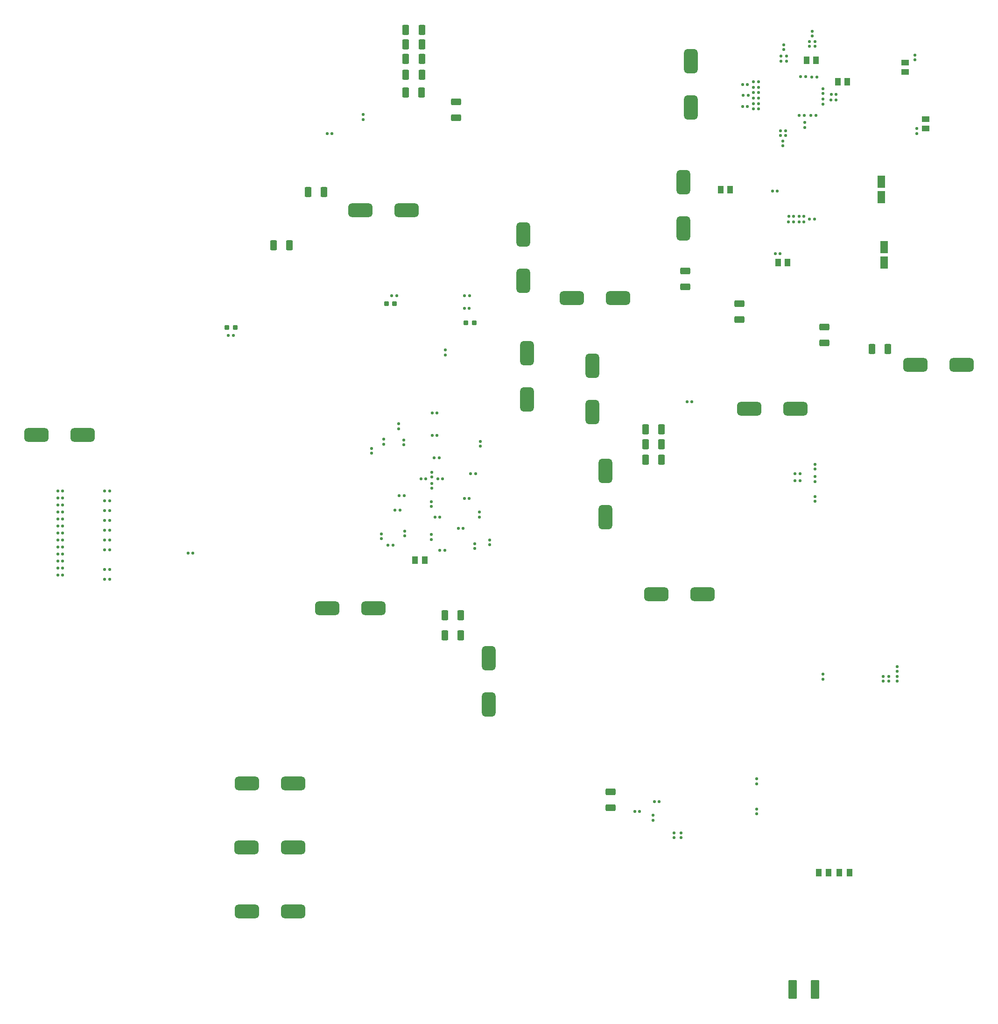
<source format=gbr>
%TF.GenerationSoftware,Altium Limited,Altium Designer,23.11.1 (41)*%
G04 Layer_Color=128*
%FSLAX45Y45*%
%MOMM*%
%TF.SameCoordinates,75D3B97C-BFDA-4FAF-9EB3-CC348FD6A853*%
%TF.FilePolarity,Positive*%
%TF.FileFunction,Paste,Bot*%
%TF.Part,Single*%
G01*
G75*
%TA.AperFunction,SMDPad,CuDef*%
G04:AMPARAMS|DCode=12|XSize=0.508mm|YSize=0.508mm|CornerRadius=0.1524mm|HoleSize=0mm|Usage=FLASHONLY|Rotation=90.000|XOffset=0mm|YOffset=0mm|HoleType=Round|Shape=RoundedRectangle|*
%AMROUNDEDRECTD12*
21,1,0.50800,0.20320,0,0,90.0*
21,1,0.20320,0.50800,0,0,90.0*
1,1,0.30480,0.10160,0.10160*
1,1,0.30480,0.10160,-0.10160*
1,1,0.30480,-0.10160,-0.10160*
1,1,0.30480,-0.10160,0.10160*
%
%ADD12ROUNDEDRECTD12*%
G04:AMPARAMS|DCode=13|XSize=0.508mm|YSize=0.508mm|CornerRadius=0.1524mm|HoleSize=0mm|Usage=FLASHONLY|Rotation=0.000|XOffset=0mm|YOffset=0mm|HoleType=Round|Shape=RoundedRectangle|*
%AMROUNDEDRECTD13*
21,1,0.50800,0.20320,0,0,0.0*
21,1,0.20320,0.50800,0,0,0.0*
1,1,0.30480,0.10160,-0.10160*
1,1,0.30480,-0.10160,-0.10160*
1,1,0.30480,-0.10160,0.10160*
1,1,0.30480,0.10160,0.10160*
%
%ADD13ROUNDEDRECTD13*%
G04:AMPARAMS|DCode=15|XSize=1.397mm|YSize=1.0922mm|CornerRadius=0.20206mm|HoleSize=0mm|Usage=FLASHONLY|Rotation=180.000|XOffset=0mm|YOffset=0mm|HoleType=Round|Shape=RoundedRectangle|*
%AMROUNDEDRECTD15*
21,1,1.39700,0.68809,0,0,180.0*
21,1,0.99289,1.09220,0,0,180.0*
1,1,0.40411,-0.49644,0.34404*
1,1,0.40411,0.49644,0.34404*
1,1,0.40411,0.49644,-0.34404*
1,1,0.40411,-0.49644,-0.34404*
%
%ADD15ROUNDEDRECTD15*%
G04:AMPARAMS|DCode=16|XSize=4.4mm|YSize=2.5mm|CornerRadius=0.625mm|HoleSize=0mm|Usage=FLASHONLY|Rotation=0.000|XOffset=0mm|YOffset=0mm|HoleType=Round|Shape=RoundedRectangle|*
%AMROUNDEDRECTD16*
21,1,4.40000,1.25000,0,0,0.0*
21,1,3.15000,2.50000,0,0,0.0*
1,1,1.25000,1.57500,-0.62500*
1,1,1.25000,-1.57500,-0.62500*
1,1,1.25000,-1.57500,0.62500*
1,1,1.25000,1.57500,0.62500*
%
%ADD16ROUNDEDRECTD16*%
G04:AMPARAMS|DCode=17|XSize=1.8034mm|YSize=1.1938mm|CornerRadius=0.20295mm|HoleSize=0mm|Usage=FLASHONLY|Rotation=90.000|XOffset=0mm|YOffset=0mm|HoleType=Round|Shape=RoundedRectangle|*
%AMROUNDEDRECTD17*
21,1,1.80340,0.78791,0,0,90.0*
21,1,1.39751,1.19380,0,0,90.0*
1,1,0.40589,0.39395,0.69875*
1,1,0.40589,0.39395,-0.69875*
1,1,0.40589,-0.39395,-0.69875*
1,1,0.40589,-0.39395,0.69875*
%
%ADD17ROUNDEDRECTD17*%
G04:AMPARAMS|DCode=18|XSize=1.8034mm|YSize=1.1938mm|CornerRadius=0.20295mm|HoleSize=0mm|Usage=FLASHONLY|Rotation=180.000|XOffset=0mm|YOffset=0mm|HoleType=Round|Shape=RoundedRectangle|*
%AMROUNDEDRECTD18*
21,1,1.80340,0.78791,0,0,180.0*
21,1,1.39751,1.19380,0,0,180.0*
1,1,0.40589,-0.69875,0.39395*
1,1,0.40589,0.69875,0.39395*
1,1,0.40589,0.69875,-0.39395*
1,1,0.40589,-0.69875,-0.39395*
%
%ADD18ROUNDEDRECTD18*%
G04:AMPARAMS|DCode=32|XSize=4.4mm|YSize=2.5mm|CornerRadius=0.625mm|HoleSize=0mm|Usage=FLASHONLY|Rotation=270.000|XOffset=0mm|YOffset=0mm|HoleType=Round|Shape=RoundedRectangle|*
%AMROUNDEDRECTD32*
21,1,4.40000,1.25000,0,0,270.0*
21,1,3.15000,2.50000,0,0,270.0*
1,1,1.25000,-0.62500,-1.57500*
1,1,1.25000,-0.62500,1.57500*
1,1,1.25000,0.62500,1.57500*
1,1,1.25000,0.62500,-1.57500*
%
%ADD32ROUNDEDRECTD32*%
G04:AMPARAMS|DCode=39|XSize=0.889mm|YSize=0.8636mm|CornerRadius=0.15113mm|HoleSize=0mm|Usage=FLASHONLY|Rotation=0.000|XOffset=0mm|YOffset=0mm|HoleType=Round|Shape=RoundedRectangle|*
%AMROUNDEDRECTD39*
21,1,0.88900,0.56134,0,0,0.0*
21,1,0.58674,0.86360,0,0,0.0*
1,1,0.30226,0.29337,-0.28067*
1,1,0.30226,-0.29337,-0.28067*
1,1,0.30226,-0.29337,0.28067*
1,1,0.30226,0.29337,0.28067*
%
%ADD39ROUNDEDRECTD39*%
G04:AMPARAMS|DCode=41|XSize=1.397mm|YSize=1.0922mm|CornerRadius=0.20206mm|HoleSize=0mm|Usage=FLASHONLY|Rotation=270.000|XOffset=0mm|YOffset=0mm|HoleType=Round|Shape=RoundedRectangle|*
%AMROUNDEDRECTD41*
21,1,1.39700,0.68809,0,0,270.0*
21,1,0.99289,1.09220,0,0,270.0*
1,1,0.40411,-0.34404,-0.49644*
1,1,0.40411,-0.34404,0.49644*
1,1,0.40411,0.34404,0.49644*
1,1,0.40411,0.34404,-0.49644*
%
%ADD41ROUNDEDRECTD41*%
%ADD102R,1.35000X2.20000*%
G04:AMPARAMS|DCode=232|XSize=1.55mm|YSize=3.45mm|CornerRadius=0.175mm|HoleSize=0mm|Usage=FLASHONLY|Rotation=180.000|XOffset=0mm|YOffset=0mm|HoleType=Round|Shape=RoundedRectangle|*
%AMROUNDEDRECTD232*
21,1,1.55000,3.10000,0,0,180.0*
21,1,1.20000,3.45000,0,0,180.0*
1,1,0.35000,-0.60000,1.55000*
1,1,0.35000,0.60000,1.55000*
1,1,0.35000,0.60000,-1.55000*
1,1,0.35000,-0.60000,-1.55000*
%
%ADD232ROUNDEDRECTD232*%
D12*
X9302765Y14314890D02*
D03*
X9391665D02*
D03*
X10622295Y14318839D02*
D03*
X10711195D02*
D03*
X10618485Y14085159D02*
D03*
X10707385D02*
D03*
X16694150Y17581879D02*
D03*
X16783051D02*
D03*
X16993871Y17579341D02*
D03*
X16904970D02*
D03*
X17012920Y18280380D02*
D03*
X16924020D02*
D03*
X16719550Y18282919D02*
D03*
X16808450D02*
D03*
X17359630Y17863792D02*
D03*
X17270731D02*
D03*
X6429615Y13595634D02*
D03*
X6340715D02*
D03*
X10124871Y12190782D02*
D03*
X10035971D02*
D03*
Y11784382D02*
D03*
X10124871D02*
D03*
X9235871Y9790484D02*
D03*
X9324771D02*
D03*
X9439071Y10692182D02*
D03*
X9527971D02*
D03*
X9451771Y10425482D02*
D03*
X9362871D02*
D03*
X9921671Y10996982D02*
D03*
X9832771D02*
D03*
X10162971Y11377982D02*
D03*
X10074071D02*
D03*
X4186352Y10776004D02*
D03*
X4097452D02*
D03*
X4186352Y9353604D02*
D03*
X4097452D02*
D03*
X4097450Y9175801D02*
D03*
X4186350D02*
D03*
X4186352Y10064804D02*
D03*
X4097452D02*
D03*
X4186352Y10242604D02*
D03*
X4097452D02*
D03*
X4097450Y10598201D02*
D03*
X4186350D02*
D03*
Y10420401D02*
D03*
X4097450D02*
D03*
X4186352Y9709204D02*
D03*
X4097452D02*
D03*
X4097450Y9887001D02*
D03*
X4186350D02*
D03*
X3246550Y10649001D02*
D03*
X3335450D02*
D03*
Y10522001D02*
D03*
X3246550D02*
D03*
X3335450Y10141001D02*
D03*
X3246550D02*
D03*
X3335450Y10268001D02*
D03*
X3246550D02*
D03*
X3335450Y10014001D02*
D03*
X3246550D02*
D03*
Y10395001D02*
D03*
X3335450D02*
D03*
Y10776001D02*
D03*
X3246550D02*
D03*
Y9887001D02*
D03*
X3335450D02*
D03*
X10086771Y10298484D02*
D03*
X10175671D02*
D03*
X10264571Y9701582D02*
D03*
X10175671D02*
D03*
X10734471Y11085882D02*
D03*
X10823371D02*
D03*
X10597052Y10099903D02*
D03*
X10508152D02*
D03*
X10137571Y10996982D02*
D03*
X10226471D02*
D03*
X10620171Y10641382D02*
D03*
X10709071D02*
D03*
X5697650Y9645704D02*
D03*
X5608750D02*
D03*
X3335451Y9506002D02*
D03*
X3246551D02*
D03*
X3335450Y9379001D02*
D03*
X3246550D02*
D03*
X3335450Y9252001D02*
D03*
X3246550D02*
D03*
Y9633001D02*
D03*
X3335450D02*
D03*
Y9760001D02*
D03*
X3246550D02*
D03*
X8130055Y17253851D02*
D03*
X8218955D02*
D03*
X14749361Y12391594D02*
D03*
X14660461D02*
D03*
X17362170Y17962878D02*
D03*
X17273270D02*
D03*
X16691635Y15750513D02*
D03*
X16780534D02*
D03*
X16503650Y15750516D02*
D03*
X16592551D02*
D03*
X16501109Y15651430D02*
D03*
X16590010D02*
D03*
X16689095Y15651428D02*
D03*
X16777995D02*
D03*
X16879620Y15699741D02*
D03*
X16968521D02*
D03*
X16346170Y15079979D02*
D03*
X16257269D02*
D03*
X16297910Y16215359D02*
D03*
X16209010D02*
D03*
X15664616Y17745081D02*
D03*
X15753516D02*
D03*
X15865057Y17697626D02*
D03*
X15953957D02*
D03*
X15865662Y17796712D02*
D03*
X15954561D02*
D03*
X15677676Y17946915D02*
D03*
X15766576D02*
D03*
X15865662Y17895798D02*
D03*
X15954561D02*
D03*
X15866280Y17994882D02*
D03*
X15955179D02*
D03*
X15955795Y18093968D02*
D03*
X15866895D02*
D03*
X15866280Y18193053D02*
D03*
X15955179D02*
D03*
X15666457Y18142831D02*
D03*
X15755356D02*
D03*
X13798550Y4965699D02*
D03*
X13709650D02*
D03*
X14154150Y5143499D02*
D03*
X14065250D02*
D03*
X16617949Y10960101D02*
D03*
X16706850D02*
D03*
Y11087101D02*
D03*
X16617949D02*
D03*
D13*
X18474690Y7505388D02*
D03*
Y7594288D02*
D03*
Y7327588D02*
D03*
Y7416488D02*
D03*
X18220689Y7327588D02*
D03*
Y7416488D02*
D03*
X18322290Y7327588D02*
D03*
Y7416488D02*
D03*
X17128490Y7454588D02*
D03*
Y7365688D02*
D03*
X16415379Y18772690D02*
D03*
Y18861591D02*
D03*
X17122141Y18067046D02*
D03*
Y17978145D02*
D03*
X9424901Y11905651D02*
D03*
Y11994551D02*
D03*
X16979900Y11258551D02*
D03*
Y11169651D02*
D03*
X9153321Y11625632D02*
D03*
Y11714532D02*
D03*
X9115221Y10000032D02*
D03*
Y9911132D02*
D03*
X9534321Y9961932D02*
D03*
Y10050832D02*
D03*
X10029621Y11028732D02*
D03*
Y11117632D02*
D03*
X9521621Y11612932D02*
D03*
Y11701832D02*
D03*
X8937421Y11460532D02*
D03*
Y11549432D02*
D03*
X10016921Y10584232D02*
D03*
Y10495332D02*
D03*
X10016922Y9987332D02*
D03*
Y9898432D02*
D03*
X10029621Y10825532D02*
D03*
Y10914432D02*
D03*
X10809514Y9733986D02*
D03*
Y9822886D02*
D03*
X10905921Y11676432D02*
D03*
Y11587532D02*
D03*
X11078640Y9799372D02*
D03*
Y9888272D02*
D03*
X10892821Y10394132D02*
D03*
Y10305232D02*
D03*
X8786301Y17507655D02*
D03*
Y17596555D02*
D03*
X10276855Y13329509D02*
D03*
Y13240610D02*
D03*
X17122141Y17879060D02*
D03*
Y17790160D02*
D03*
X16931641Y19021677D02*
D03*
Y19110576D02*
D03*
X16880840Y18832829D02*
D03*
Y18921730D02*
D03*
X16984547Y18833691D02*
D03*
Y18922591D02*
D03*
X16797021Y17364709D02*
D03*
Y17453610D02*
D03*
X18790919Y18586450D02*
D03*
Y18675349D02*
D03*
X18823940Y17341850D02*
D03*
Y17252950D02*
D03*
X16449068Y17218239D02*
D03*
Y17307140D02*
D03*
X16396169Y17028711D02*
D03*
Y17117612D02*
D03*
X16350006Y17218239D02*
D03*
Y17307140D02*
D03*
X16464046Y18655009D02*
D03*
Y18566110D02*
D03*
X16364984Y18655009D02*
D03*
Y18566110D02*
D03*
X14046201Y4895850D02*
D03*
Y4806950D02*
D03*
X15925800Y5467350D02*
D03*
Y5556250D02*
D03*
X15925801Y5010150D02*
D03*
Y4921250D02*
D03*
X14554199Y4578350D02*
D03*
Y4489450D02*
D03*
X14427199Y4578350D02*
D03*
Y4489450D02*
D03*
X16979900Y11036300D02*
D03*
Y10947400D02*
D03*
X16979903Y10674350D02*
D03*
Y10585450D02*
D03*
D15*
X18987794Y17512030D02*
D03*
Y17341850D02*
D03*
X18610580Y18542000D02*
D03*
Y18371820D02*
D03*
D16*
X6673455Y3157746D02*
D03*
X7513453D02*
D03*
X7511654Y4313445D02*
D03*
X6671655D02*
D03*
X6677492Y5471809D02*
D03*
X7517490D02*
D03*
X18799281Y13063220D02*
D03*
X19639281D02*
D03*
X8128644Y8650370D02*
D03*
X8968642D02*
D03*
X8736160Y15862752D02*
D03*
X9576158D02*
D03*
X12568662Y14274800D02*
D03*
X13408659D02*
D03*
X3697401Y11792002D02*
D03*
X2857397D02*
D03*
X14942821Y8905240D02*
D03*
X14102821D02*
D03*
X16628094Y12265363D02*
D03*
X15788097D02*
D03*
D17*
X7156765Y15226576D02*
D03*
X7446325D02*
D03*
X9556966Y18000632D02*
D03*
X9846526D02*
D03*
X9558170Y18321524D02*
D03*
X9847730D02*
D03*
X18301186Y13351286D02*
D03*
X18011626D02*
D03*
X9558170Y19136426D02*
D03*
X9847730D02*
D03*
X9558170Y18872266D02*
D03*
X9847730D02*
D03*
X9558170Y18604823D02*
D03*
X9847730D02*
D03*
X10265841Y8162342D02*
D03*
X10555401D02*
D03*
X10268381Y8520482D02*
D03*
X10557941D02*
D03*
X7786890Y16193639D02*
D03*
X8076450D02*
D03*
X14195621Y11619598D02*
D03*
X13906061D02*
D03*
Y11344598D02*
D03*
X14195621D02*
D03*
X13906061Y11894598D02*
D03*
X14195621D02*
D03*
D18*
X10471965Y17826518D02*
D03*
Y17536958D02*
D03*
X14623865Y14764499D02*
D03*
Y14474939D02*
D03*
X15609621Y13883827D02*
D03*
Y14173387D02*
D03*
X13271501Y5036820D02*
D03*
Y5326380D02*
D03*
X17151529Y13457388D02*
D03*
Y13746948D02*
D03*
D32*
X14727673Y18567586D02*
D03*
Y17727586D02*
D03*
X11065541Y7747427D02*
D03*
Y6907429D02*
D03*
X13181816Y10302240D02*
D03*
Y11142243D02*
D03*
X11690744Y14584680D02*
D03*
Y15424678D02*
D03*
X12943839Y12204699D02*
D03*
Y13044702D02*
D03*
X14592299Y15530302D02*
D03*
Y16370300D02*
D03*
X11758586Y13275838D02*
D03*
Y12435840D02*
D03*
D39*
X9206245Y14174059D02*
D03*
X9356105D02*
D03*
X10796285Y13823540D02*
D03*
X10646425D02*
D03*
X6461365Y13736465D02*
D03*
X6311505D02*
D03*
D41*
X16308070Y14916122D02*
D03*
X16478250D02*
D03*
X16827499Y18580099D02*
D03*
X16997681D02*
D03*
X17392650Y18196559D02*
D03*
X17562830D02*
D03*
X9728631Y9523782D02*
D03*
X9898811D02*
D03*
X15267940Y16240759D02*
D03*
X15438120D02*
D03*
X17046111Y3861344D02*
D03*
X17226451D02*
D03*
X17423129Y3860800D02*
D03*
X17603468D02*
D03*
D102*
X18183859Y16380521D02*
D03*
Y16098520D02*
D03*
X18237199Y15198120D02*
D03*
Y14916119D02*
D03*
D232*
X16976700Y1739900D02*
D03*
X16576700D02*
D03*
%TF.MD5,8d5784f6c9831970ae9e773573d31b4f*%
M02*

</source>
